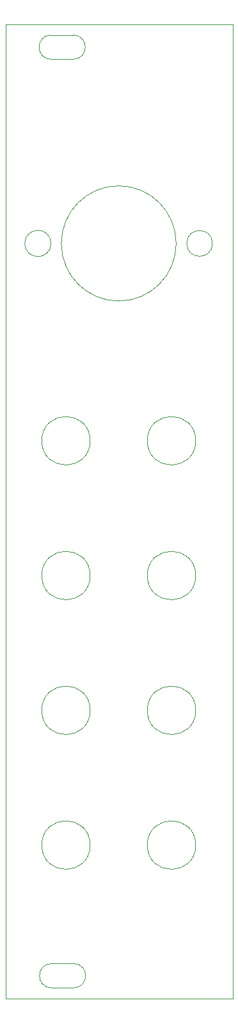
<source format=gm1>
G04 #@! TF.GenerationSoftware,KiCad,Pcbnew,8.0.0*
G04 #@! TF.CreationDate,2025-07-24T19:30:24+01:00*
G04 #@! TF.ProjectId,MidiToCvFrontPanel,4d696469-546f-4437-9646-726f6e745061,1.0*
G04 #@! TF.SameCoordinates,Original*
G04 #@! TF.FileFunction,Profile,NP*
%FSLAX46Y46*%
G04 Gerber Fmt 4.6, Leading zero omitted, Abs format (unit mm)*
G04 Created by KiCad (PCBNEW 8.0.0) date 2025-07-24 19:30:24*
%MOMM*%
%LPD*%
G01*
G04 APERTURE LIST*
G04 #@! TA.AperFunction,Profile*
%ADD10C,0.050000*%
G04 #@! TD*
G04 APERTURE END LIST*
D10*
X33660000Y-155355000D02*
G75*
G02*
X33660000Y-152155000I0J1600000D01*
G01*
X52730000Y-118745000D02*
G75*
G02*
X46330000Y-118745000I-3200000J0D01*
G01*
X46330000Y-118745000D02*
G75*
G02*
X52730000Y-118745000I3200000J0D01*
G01*
X33660000Y-152155000D02*
X36560000Y-152155000D01*
X52730000Y-100965000D02*
G75*
G02*
X46330000Y-100965000I-3200000J0D01*
G01*
X46330000Y-100965000D02*
G75*
G02*
X52730000Y-100965000I3200000J0D01*
G01*
X52730000Y-83185000D02*
G75*
G02*
X46330000Y-83185000I-3200000J0D01*
G01*
X46330000Y-83185000D02*
G75*
G02*
X52730000Y-83185000I3200000J0D01*
G01*
X54945000Y-57150000D02*
G75*
G02*
X51545000Y-57150000I-1700000J0D01*
G01*
X51545000Y-57150000D02*
G75*
G02*
X54945000Y-57150000I1700000J0D01*
G01*
X38760000Y-100965000D02*
G75*
G02*
X32360000Y-100965000I-3200000J0D01*
G01*
X32360000Y-100965000D02*
G75*
G02*
X38760000Y-100965000I3200000J0D01*
G01*
X33610000Y-32855000D02*
G75*
G02*
X33610000Y-29655000I0J1600000D01*
G01*
X36560000Y-152155000D02*
G75*
G02*
X36560000Y-155355000I0J-1600000D01*
G01*
X33575181Y-57150000D02*
G75*
G02*
X30114819Y-57150000I-1730181J0D01*
G01*
X30114819Y-57150000D02*
G75*
G02*
X33575181Y-57150000I1730181J0D01*
G01*
X52730000Y-136525000D02*
G75*
G02*
X46330000Y-136525000I-3200000J0D01*
G01*
X46330000Y-136525000D02*
G75*
G02*
X52730000Y-136525000I3200000J0D01*
G01*
X50145000Y-57150000D02*
G75*
G02*
X34945000Y-57150000I-7600000J0D01*
G01*
X34945000Y-57150000D02*
G75*
G02*
X50145000Y-57150000I7600000J0D01*
G01*
X27610000Y-28255000D02*
X57610000Y-28255000D01*
X57610000Y-156755000D01*
X27610000Y-156755000D01*
X27610000Y-28255000D01*
X38760000Y-118745000D02*
G75*
G02*
X32360000Y-118745000I-3200000J0D01*
G01*
X32360000Y-118745000D02*
G75*
G02*
X38760000Y-118745000I3200000J0D01*
G01*
X33610000Y-29655000D02*
X36510000Y-29655000D01*
X33610000Y-32855000D02*
X36510000Y-32855000D01*
X36510000Y-29655000D02*
G75*
G02*
X36510000Y-32855000I0J-1600000D01*
G01*
X38760000Y-136525000D02*
G75*
G02*
X32360000Y-136525000I-3200000J0D01*
G01*
X32360000Y-136525000D02*
G75*
G02*
X38760000Y-136525000I3200000J0D01*
G01*
X33660000Y-155355000D02*
X36560000Y-155355000D01*
X38760000Y-83185000D02*
G75*
G02*
X32360000Y-83185000I-3200000J0D01*
G01*
X32360000Y-83185000D02*
G75*
G02*
X38760000Y-83185000I3200000J0D01*
G01*
M02*

</source>
